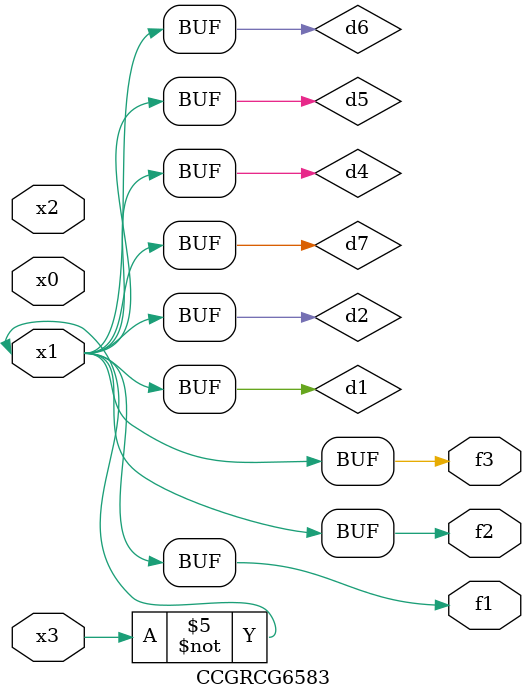
<source format=v>
module CCGRCG6583(
	input x0, x1, x2, x3,
	output f1, f2, f3
);

	wire d1, d2, d3, d4, d5, d6, d7;

	not (d1, x3);
	buf (d2, x1);
	xnor (d3, d1, d2);
	nor (d4, d1);
	buf (d5, d1, d2);
	buf (d6, d4, d5);
	nand (d7, d4);
	assign f1 = d6;
	assign f2 = d7;
	assign f3 = d6;
endmodule

</source>
